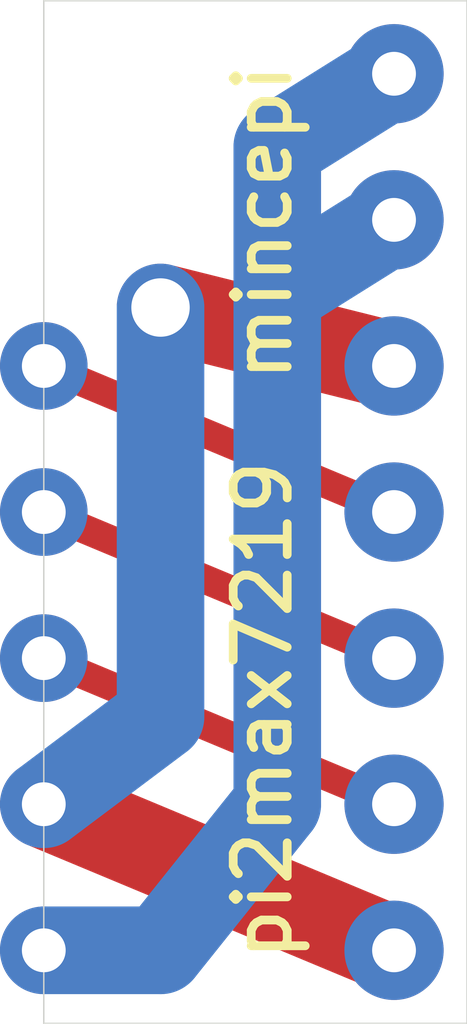
<source format=kicad_pcb>
(kicad_pcb (version 4) (host pcbnew 4.0.5+dfsg1-4)

  (general
    (links 0)
    (no_connects 0)
    (area 98.543713 82.591 152.273001 106.553001)
    (thickness 1.6)
    (drawings 5)
    (tracks 14)
    (zones 0)
    (modules 2)
    (nets 1)
  )

  (page A4)
  (layers
    (0 F.Cu signal)
    (31 B.Cu signal)
    (32 B.Adhes user)
    (33 F.Adhes user)
    (34 B.Paste user)
    (35 F.Paste user)
    (36 B.SilkS user)
    (37 F.SilkS user)
    (38 B.Mask user)
    (39 F.Mask user)
    (40 Dwgs.User user)
    (41 Cmts.User user)
    (42 Eco1.User user)
    (43 Eco2.User user)
    (44 Edge.Cuts user)
    (45 Margin user)
    (46 B.CrtYd user)
    (47 F.CrtYd user)
    (48 B.Fab user)
    (49 F.Fab user)
  )

  (setup
    (last_trace_width 0.25)
    (user_trace_width 0.508)
    (user_trace_width 1.016)
    (user_trace_width 1.524)
    (user_trace_width 2.032)
    (trace_clearance 0.2)
    (zone_clearance 0.508)
    (zone_45_only no)
    (trace_min 0.2)
    (segment_width 0.2)
    (edge_width 0.0254)
    (via_size 0.6)
    (via_drill 0.4)
    (via_min_size 0.4)
    (via_min_drill 0.3)
    (user_via 1.524 1.016)
    (uvia_size 0.3)
    (uvia_drill 0.1)
    (uvias_allowed no)
    (uvia_min_size 0)
    (uvia_min_drill 0)
    (pcb_text_width 0.3)
    (pcb_text_size 1.5 1.5)
    (mod_edge_width 0.15)
    (mod_text_size 1 1)
    (mod_text_width 0.15)
    (pad_size 1.524 1.524)
    (pad_drill 0.762)
    (pad_to_mask_clearance 0.0508)
    (aux_axis_origin 0 0)
    (visible_elements 7FFFF7FF)
    (pcbplotparams
      (layerselection 0x00030_80000001)
      (usegerberextensions false)
      (excludeedgelayer true)
      (linewidth 0.100000)
      (plotframeref false)
      (viasonmask false)
      (mode 1)
      (useauxorigin false)
      (hpglpennumber 1)
      (hpglpenspeed 20)
      (hpglpendiameter 15)
      (hpglpenoverlay 2)
      (psnegative false)
      (psa4output false)
      (plotreference true)
      (plotvalue true)
      (plotinvisibletext false)
      (padsonsilk false)
      (subtractmaskfromsilk false)
      (outputformat 1)
      (mirror false)
      (drillshape 1)
      (scaleselection 1)
      (outputdirectory ""))
  )

  (net 0 "")

  (net_class Default "This is the default net class."
    (clearance 0.2)
    (trace_width 0.25)
    (via_dia 0.6)
    (via_drill 0.4)
    (uvia_dia 0.3)
    (uvia_drill 0.1)
  )

  (module Pin_Headers:Pin_Header_Straight_1x05 (layer F.Cu) (tedit 5D2E6ED0) (tstamp 5D31DA3A)
    (at 144.78 94.996)
    (descr "Through hole pin header")
    (tags "pin header")
    (fp_text reference REF** (at -36.83 4.572) (layer F.SilkS) hide
      (effects (font (size 1 1) (thickness 0.0254)))
    )
    (fp_text value Pin_Header_Straight_1x05 (at -35.306 -0.508) (layer F.Fab) hide
      (effects (font (size 1 1) (thickness 0.15)))
    )
    (pad 1 thru_hole circle (at 0 0) (size 1.524 1.524) (drill 0.762) (layers *.Cu *.Mask))
    (pad 2 thru_hole circle (at 0 2.54) (size 1.524 1.524) (drill 0.762) (layers *.Cu *.Mask))
    (pad 3 thru_hole circle (at 0 5.08) (size 1.524 1.524) (drill 0.762) (layers *.Cu *.Mask))
    (pad 4 thru_hole circle (at 0 7.62) (size 1.524 1.524) (drill 0.762) (layers *.Cu *.Mask))
    (pad 5 thru_hole circle (at 0 10.16) (size 1.524 1.524) (drill 0.762) (layers *.Cu *.Mask))
  )

  (module Pin_Headers:Pin_Header_Straight_1x07 (layer F.Cu) (tedit 5D2E6AAB) (tstamp 5D31DA63)
    (at 150.876 89.916)
    (descr "Through hole pin header")
    (tags "pin header")
    (fp_text reference REF** (at -43.942 -6.35) (layer F.SilkS) hide
      (effects (font (size 1 1) (thickness 0.15)))
    )
    (fp_text value Pin_Header_Straight_1x07 (at -42.418 -2.032) (layer F.Fab) hide
      (effects (font (size 1 1) (thickness 0.15)))
    )
    (pad 1 thru_hole circle (at 0 0) (size 1.7272 1.7272) (drill 0.762) (layers *.Cu *.Mask))
    (pad 2 thru_hole circle (at 0 2.54) (size 1.7272 1.7272) (drill 0.762) (layers *.Cu *.Mask))
    (pad 3 thru_hole circle (at 0 5.08) (size 1.7272 1.7272) (drill 0.762) (layers *.Cu *.Mask))
    (pad 4 thru_hole circle (at 0 7.62) (size 1.7272 1.7272) (drill 0.762) (layers *.Cu *.Mask))
    (pad 5 thru_hole circle (at 0 10.16) (size 1.7272 1.7272) (drill 0.762) (layers *.Cu *.Mask))
    (pad 6 thru_hole circle (at 0 12.7) (size 1.7272 1.7272) (drill 0.762) (layers *.Cu *.Mask))
    (pad 7 thru_hole circle (at 0 15.24) (size 1.7272 1.7272) (drill 0.762) (layers *.Cu *.Mask))
    (model Socket_Strips.3dshapes/Socket_Strip_Straight_1x07.wrl
      (at (xyz 0 -0.3 -0.062))
      (scale (xyz 1 1 1))
      (rotate (xyz 0 180 90))
    )
  )

  (gr_text "pi2max7219  mincepi" (at 148.59 97.536 90) (layer F.SilkS)
    (effects (font (size 0.9398 0.9398) (thickness 0.1524)))
  )
  (gr_line (start 144.78 106.426) (end 144.78 88.646) (angle 90) (layer Edge.Cuts) (width 0.0254))
  (gr_line (start 152.146 106.426) (end 144.78 106.426) (angle 90) (layer Edge.Cuts) (width 0.0254))
  (gr_line (start 152.146 88.646) (end 152.146 106.426) (angle 90) (layer Edge.Cuts) (width 0.0254))
  (gr_line (start 144.78 88.646) (end 152.146 88.646) (angle 90) (layer Edge.Cuts) (width 0.0254))

  (segment (start 144.78 105.156) (end 146.812 105.156) (width 1.524) (layer B.Cu) (net 0))
  (segment (start 146.812 105.156) (end 148.844 102.616) (width 1.524) (layer B.Cu) (net 0) (tstamp 5D32BEFE))
  (via (at 146.812 93.98) (size 1.524) (drill 1.016) (layers F.Cu B.Cu) (net 0))
  (segment (start 150.876 94.996) (end 146.812 93.98) (width 1.524) (layer F.Cu) (net 0))
  (segment (start 150.876 92.456) (end 148.844 93.726) (width 1.524) (layer B.Cu) (net 0))
  (segment (start 150.876 89.916) (end 148.844 91.186) (width 1.524) (layer B.Cu) (net 0))
  (segment (start 144.78 102.616) (end 146.812 101.092) (width 1.524) (layer B.Cu) (net 0))
  (segment (start 148.844 91.186) (end 148.844 93.726) (width 1.524) (layer B.Cu) (net 0))
  (segment (start 148.844 93.726) (end 148.844 102.616) (width 1.524) (layer B.Cu) (net 0) (tstamp 5D31E039))
  (segment (start 146.812 93.98) (end 146.812 101.092) (width 1.524) (layer B.Cu) (net 0))
  (segment (start 144.78 94.996) (end 150.876 97.536) (width 0.508) (layer F.Cu) (net 0))
  (segment (start 144.78 97.536) (end 150.876 100.076) (width 0.508) (layer F.Cu) (net 0))
  (segment (start 144.78 100.076) (end 150.876 102.616) (width 0.508) (layer F.Cu) (net 0))
  (segment (start 144.78 102.616) (end 150.876 105.156) (width 1.524) (layer F.Cu) (net 0))

)

</source>
